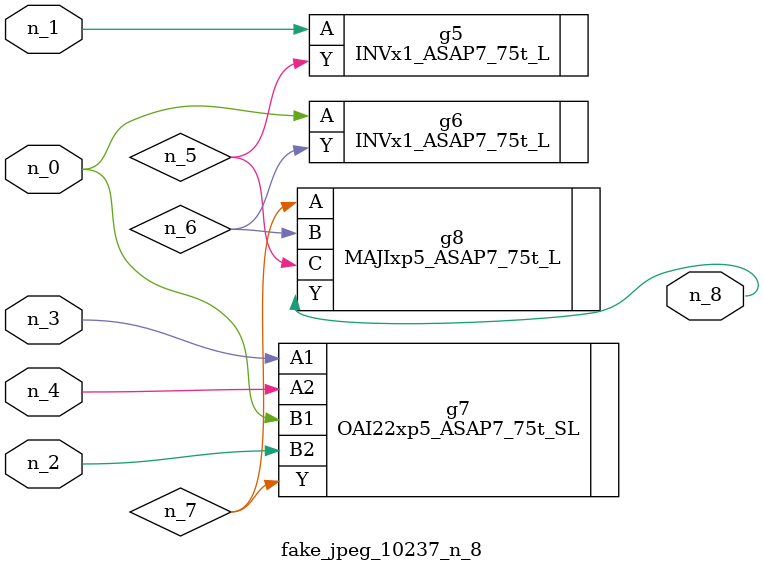
<source format=v>
module fake_jpeg_10237_n_8 (n_3, n_2, n_1, n_0, n_4, n_8);

input n_3;
input n_2;
input n_1;
input n_0;
input n_4;

output n_8;

wire n_6;
wire n_5;
wire n_7;

INVx1_ASAP7_75t_L g5 ( 
.A(n_1),
.Y(n_5)
);

INVx1_ASAP7_75t_L g6 ( 
.A(n_0),
.Y(n_6)
);

OAI22xp5_ASAP7_75t_SL g7 ( 
.A1(n_3),
.A2(n_4),
.B1(n_0),
.B2(n_2),
.Y(n_7)
);

MAJIxp5_ASAP7_75t_L g8 ( 
.A(n_7),
.B(n_6),
.C(n_5),
.Y(n_8)
);


endmodule
</source>
